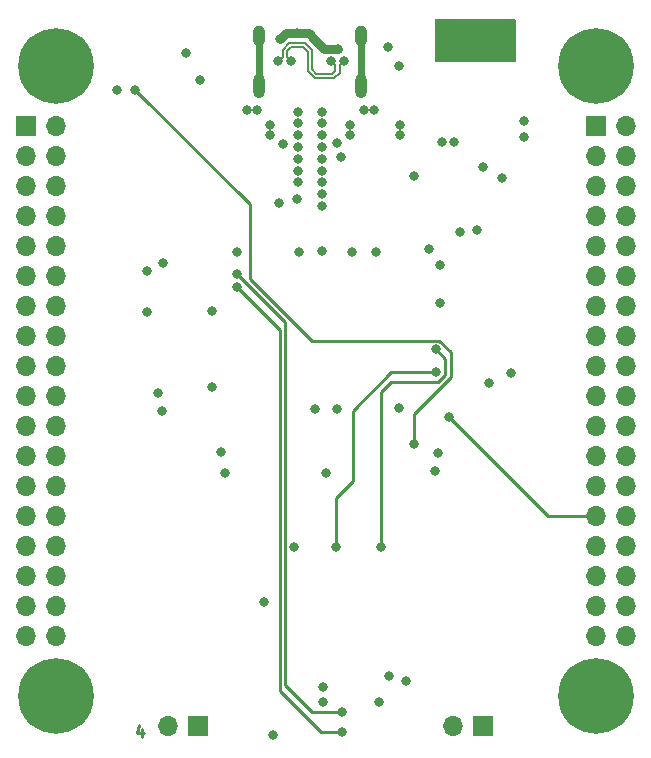
<source format=gbr>
%TF.GenerationSoftware,KiCad,Pcbnew,6.0.11-2627ca5db0~126~ubuntu20.04.1*%
%TF.CreationDate,2023-02-28T18:41:23+07:00*%
%TF.ProjectId,CY7C68013A-100,43593743-3638-4303-9133-412d3130302e,rev?*%
%TF.SameCoordinates,Original*%
%TF.FileFunction,Copper,L4,Bot*%
%TF.FilePolarity,Positive*%
%FSLAX46Y46*%
G04 Gerber Fmt 4.6, Leading zero omitted, Abs format (unit mm)*
G04 Created by KiCad (PCBNEW 6.0.11-2627ca5db0~126~ubuntu20.04.1) date 2023-02-28 18:41:23*
%MOMM*%
%LPD*%
G01*
G04 APERTURE LIST*
%ADD10C,0.250000*%
%TA.AperFunction,NonConductor*%
%ADD11C,0.250000*%
%TD*%
%TA.AperFunction,ComponentPad*%
%ADD12R,1.700000X1.700000*%
%TD*%
%TA.AperFunction,ComponentPad*%
%ADD13O,1.700000X1.700000*%
%TD*%
%TA.AperFunction,ComponentPad*%
%ADD14C,0.800000*%
%TD*%
%TA.AperFunction,ComponentPad*%
%ADD15C,6.400000*%
%TD*%
%TA.AperFunction,ComponentPad*%
%ADD16O,1.000000X2.100000*%
%TD*%
%TA.AperFunction,ComponentPad*%
%ADD17O,1.000000X1.800000*%
%TD*%
%TA.AperFunction,ViaPad*%
%ADD18C,0.800000*%
%TD*%
%TA.AperFunction,Conductor*%
%ADD19C,0.800000*%
%TD*%
%TA.AperFunction,Conductor*%
%ADD20C,0.250000*%
%TD*%
%TA.AperFunction,Conductor*%
%ADD21C,0.600000*%
%TD*%
%TA.AperFunction,Conductor*%
%ADD22C,0.150000*%
%TD*%
G04 APERTURE END LIST*
D10*
D11*
X120713476Y-131306914D02*
X120713476Y-131973580D01*
X120475380Y-130925961D02*
X120237285Y-131640247D01*
X120856333Y-131640247D01*
D12*
%TO.P,J3,1,Pin_1*%
%TO.N,GND*%
X149563932Y-131013200D03*
D13*
%TO.P,J3,2,Pin_2*%
%TO.N,Net-(D2-Pad1)*%
X147023932Y-131013200D03*
%TD*%
D14*
%TO.P,H1,1,1*%
%TO.N,GND*%
X110980600Y-128468200D03*
X115780600Y-128468200D03*
X115077656Y-130165256D03*
D15*
X113380600Y-128468200D03*
D14*
X111683544Y-130165256D03*
X113380600Y-130868200D03*
X113380600Y-126068200D03*
X115077656Y-126771144D03*
X111683544Y-126771144D03*
%TD*%
D16*
%TO.P,J5,S1,SHIELD*%
%TO.N,/USB-Power/SHIELD*%
X130625600Y-76865000D03*
D17*
X130625600Y-72665000D03*
X139265600Y-72665000D03*
D16*
X139265600Y-76865000D03*
%TD*%
D12*
%TO.P,J4,1,Pin_1*%
%TO.N,Net-(J4-Pad1)*%
X125477266Y-131013200D03*
D13*
%TO.P,J4,2,Pin_2*%
%TO.N,+3V3*%
X122937266Y-131013200D03*
%TD*%
D14*
%TO.P,H4,1,1*%
%TO.N,GND*%
X157403544Y-126771144D03*
X161500600Y-128468200D03*
X159100600Y-126068200D03*
X157403544Y-130165256D03*
X156700600Y-128468200D03*
X160797656Y-126771144D03*
X159100600Y-130868200D03*
X160797656Y-130165256D03*
D15*
X159100600Y-128468200D03*
%TD*%
D14*
%TO.P,H2,1,1*%
%TO.N,GND*%
X115077656Y-76825256D03*
X113380600Y-72728200D03*
X115077656Y-73431144D03*
D15*
X113380600Y-75128200D03*
D14*
X115780600Y-75128200D03*
X113380600Y-77528200D03*
X111683544Y-76825256D03*
X111683544Y-73431144D03*
X110980600Y-75128200D03*
%TD*%
%TO.P,H3,1,1*%
%TO.N,GND*%
X157403544Y-76825256D03*
D15*
X159100600Y-75128200D03*
D14*
X160797656Y-76825256D03*
X159100600Y-77528200D03*
X156700600Y-75128200D03*
X161500600Y-75128200D03*
X157403544Y-73431144D03*
X160797656Y-73431144D03*
X159100600Y-72728200D03*
%TD*%
D12*
%TO.P,J1,1,Pin_1*%
%TO.N,GND*%
X159100600Y-80208200D03*
D13*
%TO.P,J1,2,Pin_2*%
X161640600Y-80208200D03*
%TO.P,J1,3,Pin_3*%
%TO.N,/GPIO/RDY.5*%
X159100600Y-82748200D03*
%TO.P,J1,4,Pin_4*%
%TO.N,VBUS*%
X161640600Y-82748200D03*
%TO.P,J1,5,Pin_5*%
%TO.N,/GPIO/RDY.3*%
X159100600Y-85288200D03*
%TO.P,J1,6,Pin_6*%
%TO.N,/GPIO/RDY.4*%
X161640600Y-85288200D03*
%TO.P,J1,7,Pin_7*%
%TO.N,/GPIO/RDY.1{slash}SLWR*%
X159100600Y-87828200D03*
%TO.P,J1,8,Pin_8*%
%TO.N,/GPIO/RDY.2*%
X161640600Y-87828200D03*
%TO.P,J1,9,Pin_9*%
%TO.N,/GPIO/CLKOUT*%
X159100600Y-90368200D03*
%TO.P,J1,10,Pin_10*%
%TO.N,/GPIO/RDY.0{slash}SLRD*%
X161640600Y-90368200D03*
%TO.P,J1,11,Pin_11*%
%TO.N,/GPIO/PD6*%
X159100600Y-92908200D03*
%TO.P,J1,12,Pin_12*%
%TO.N,/GPIO/PD7*%
X161640600Y-92908200D03*
%TO.P,J1,13,Pin_13*%
%TO.N,/GPIO/PD4*%
X159100600Y-95448200D03*
%TO.P,J1,14,Pin_14*%
%TO.N,/GPIO/PD5*%
X161640600Y-95448200D03*
%TO.P,J1,15,Pin_15*%
%TO.N,/GPIO/PE6*%
X159100600Y-97988200D03*
%TO.P,J1,16,Pin_16*%
%TO.N,/GPIO/PE7*%
X161640600Y-97988200D03*
%TO.P,J1,17,Pin_17*%
%TO.N,/GPIO/PE4*%
X159100600Y-100528200D03*
%TO.P,J1,18,Pin_18*%
%TO.N,/GPIO/PE5*%
X161640600Y-100528200D03*
%TO.P,J1,19,Pin_19*%
%TO.N,/GPIO/PE2*%
X159100600Y-103068200D03*
%TO.P,J1,20,Pin_20*%
%TO.N,/GPIO/PE3*%
X161640600Y-103068200D03*
%TO.P,J1,21,Pin_21*%
%TO.N,/GPIO/PE0*%
X159100600Y-105608200D03*
%TO.P,J1,22,Pin_22*%
%TO.N,/GPIO/PE1*%
X161640600Y-105608200D03*
%TO.P,J1,23,Pin_23*%
%TO.N,/GPIO/PD3*%
X159100600Y-108148200D03*
%TO.P,J1,24,Pin_24*%
%TO.N,/GPIO/~{INT5}*%
X161640600Y-108148200D03*
%TO.P,J1,25,Pin_25*%
%TO.N,/GPIO/PD1*%
X159100600Y-110688200D03*
%TO.P,J1,26,Pin_26*%
%TO.N,/GPIO/PD2*%
X161640600Y-110688200D03*
%TO.P,J1,27,Pin_27*%
%TO.N,/GPIO/CTL.5*%
X159100600Y-113228200D03*
%TO.P,J1,28,Pin_28*%
%TO.N,/GPIO/PD0*%
X161640600Y-113228200D03*
%TO.P,J1,29,Pin_29*%
%TO.N,/GPIO/PA6*%
X159100600Y-115768200D03*
%TO.P,J1,30,Pin_30*%
%TO.N,/GPIO/PA7*%
X161640600Y-115768200D03*
%TO.P,J1,31,Pin_31*%
%TO.N,/GPIO/PA4*%
X159100600Y-118308200D03*
%TO.P,J1,32,Pin_32*%
%TO.N,/GPIO/PA5*%
X161640600Y-118308200D03*
%TO.P,J1,33,Pin_33*%
%TO.N,/GPIO/PA2*%
X159100600Y-120848200D03*
%TO.P,J1,34,Pin_34*%
%TO.N,/GPIO/PA3*%
X161640600Y-120848200D03*
%TO.P,J1,35,Pin_35*%
%TO.N,/GPIO/PA0*%
X159100600Y-123388200D03*
%TO.P,J1,36,Pin_36*%
%TO.N,/GPIO/PA1*%
X161640600Y-123388200D03*
%TD*%
D12*
%TO.P,J2,1,Pin_1*%
%TO.N,GND*%
X110840600Y-80208200D03*
D13*
%TO.P,J2,2,Pin_2*%
X113380600Y-80208200D03*
%TO.P,J2,3,Pin_3*%
%TO.N,+3V3*%
X110840600Y-82748200D03*
%TO.P,J2,4,Pin_4*%
%TO.N,/GPIO/INT4*%
X113380600Y-82748200D03*
%TO.P,J2,5,Pin_5*%
%TO.N,/GPIO/T.0*%
X110840600Y-85288200D03*
%TO.P,J2,6,Pin_6*%
%TO.N,/GPIO/T.1*%
X113380600Y-85288200D03*
%TO.P,J2,7,Pin_7*%
%TO.N,/GPIO/T.2*%
X110840600Y-87828200D03*
%TO.P,J2,8,Pin_8*%
%TO.N,/GPIO/IFCLK*%
X113380600Y-87828200D03*
%TO.P,J2,9,Pin_9*%
%TO.N,/GPIO/BKPT*%
X110840600Y-90368200D03*
%TO.P,J2,10,Pin_10*%
%TO.N,/GPIO/~{RD}*%
X113380600Y-90368200D03*
%TO.P,J2,11,Pin_11*%
%TO.N,/GPIO/~{WR}*%
X110840600Y-92908200D03*
%TO.P,J2,12,Pin_12*%
%TO.N,/GPIO/PB0*%
X113380600Y-92908200D03*
%TO.P,J2,13,Pin_13*%
%TO.N,/GPIO/PB1*%
X110840600Y-95448200D03*
%TO.P,J2,14,Pin_14*%
%TO.N,/GPIO/PB2*%
X113380600Y-95448200D03*
%TO.P,J2,15,Pin_15*%
%TO.N,/GPIO/PB3*%
X110840600Y-97988200D03*
%TO.P,J2,16,Pin_16*%
%TO.N,/USB-Power/TXD0*%
X113380600Y-97988200D03*
%TO.P,J2,17,Pin_17*%
%TO.N,/USB-Power/RXD0*%
X110840600Y-100528200D03*
%TO.P,J2,18,Pin_18*%
%TO.N,/USB-Power/TXD1*%
X113380600Y-100528200D03*
%TO.P,J2,19,Pin_19*%
%TO.N,/USB-Power/RXD1*%
X110840600Y-103068200D03*
%TO.P,J2,20,Pin_20*%
%TO.N,/GPIO/PB4*%
X113380600Y-103068200D03*
%TO.P,J2,21,Pin_21*%
%TO.N,/GPIO/PB5*%
X110840600Y-105608200D03*
%TO.P,J2,22,Pin_22*%
%TO.N,/GPIO/PB6*%
X113380600Y-105608200D03*
%TO.P,J2,23,Pin_23*%
%TO.N,/GPIO/PB7*%
X110840600Y-108148200D03*
%TO.P,J2,24,Pin_24*%
%TO.N,/GPIO/CTL.3*%
X113380600Y-108148200D03*
%TO.P,J2,25,Pin_25*%
%TO.N,/GPIO/CTL.4*%
X110840600Y-110688200D03*
%TO.P,J2,26,Pin_26*%
%TO.N,/GPIO/CTL.0{slash}FLAGA*%
X113380600Y-110688200D03*
%TO.P,J2,27,Pin_27*%
%TO.N,/GPIO/CTL.1{slash}FLAGB*%
X110840600Y-113228200D03*
%TO.P,J2,28,Pin_28*%
%TO.N,/GPIO/CTL.2{slash}FLAGC*%
X113380600Y-113228200D03*
%TO.P,J2,29,Pin_29*%
%TO.N,/GPIO/PC0*%
X110840600Y-115768200D03*
%TO.P,J2,30,Pin_30*%
%TO.N,/GPIO/PC1*%
X113380600Y-115768200D03*
%TO.P,J2,31,Pin_31*%
%TO.N,/GPIO/PC2*%
X110840600Y-118308200D03*
%TO.P,J2,32,Pin_32*%
%TO.N,/GPIO/PC3*%
X113380600Y-118308200D03*
%TO.P,J2,33,Pin_33*%
%TO.N,/GPIO/PC4*%
X110840600Y-120848200D03*
%TO.P,J2,34,Pin_34*%
%TO.N,/GPIO/PC5*%
X113380600Y-120848200D03*
%TO.P,J2,35,Pin_35*%
%TO.N,/GPIO/PC6*%
X110840600Y-123388200D03*
%TO.P,J2,36,Pin_36*%
%TO.N,/GPIO/PC7*%
X113380600Y-123388200D03*
%TD*%
D18*
%TO.N,+3V3*%
X151494800Y-72982600D03*
X147354800Y-71982600D03*
X135925000Y-90825000D03*
X151494800Y-73982600D03*
X150088600Y-102029000D03*
X127381000Y-107848400D03*
X133841503Y-86408000D03*
X137210800Y-104165400D03*
X147599400Y-89227400D03*
X126593600Y-95882200D03*
X141574600Y-126820800D03*
X133578600Y-115874800D03*
X146319800Y-71982600D03*
X148389800Y-71982600D03*
X140475000Y-90875000D03*
X145745200Y-107924600D03*
X122021600Y-102892600D03*
X150459800Y-71982600D03*
X122459689Y-91831618D03*
X146319800Y-73982600D03*
X151494800Y-71982600D03*
X146319800Y-72982600D03*
X149424800Y-71982600D03*
%TO.N,GND*%
X146075400Y-81610200D03*
X135975000Y-83025000D03*
X136024600Y-127745800D03*
X133800000Y-72400000D03*
X128752600Y-90878400D03*
X135975000Y-85025000D03*
X121081800Y-92554800D03*
X132308600Y-86791800D03*
X141554200Y-73533000D03*
X135975000Y-81025000D03*
X133925000Y-81025000D03*
X135975000Y-79025000D03*
X133925000Y-82025000D03*
X136245600Y-109598200D03*
X131013200Y-120573800D03*
X131749800Y-131826000D03*
X145542000Y-109448600D03*
X149098000Y-89052400D03*
X118541800Y-77216000D03*
X133925000Y-80025000D03*
X133985000Y-90878400D03*
X138506200Y-90903800D03*
X129625000Y-78925000D03*
X135300000Y-72900000D03*
X147116800Y-81610200D03*
X137200000Y-81725000D03*
X137300000Y-73750000D03*
X145034000Y-90700600D03*
X121081800Y-95982700D03*
X140350000Y-78925000D03*
X140792200Y-129006600D03*
X132350000Y-72900000D03*
X124412600Y-74100000D03*
X151180800Y-84632800D03*
X139500000Y-78925000D03*
X130475000Y-78925000D03*
X143078200Y-127203200D03*
X122402600Y-104394000D03*
X135975000Y-87025000D03*
X125631800Y-76335200D03*
X126619000Y-102384600D03*
X142494000Y-75158600D03*
X133925000Y-84025000D03*
X143764000Y-84455000D03*
X127736600Y-109649000D03*
X137541000Y-82829400D03*
X135975000Y-80025000D03*
X145897600Y-95247200D03*
X135975000Y-82025000D03*
X135999600Y-128995800D03*
X133925000Y-79025000D03*
X133925000Y-83025000D03*
X133925000Y-85025000D03*
X135975000Y-84025000D03*
X135975000Y-86025000D03*
X151942800Y-101182700D03*
X149529800Y-83718400D03*
X132675000Y-81750000D03*
X135305800Y-104183700D03*
X142417800Y-104137200D03*
X145897600Y-91996000D03*
%TO.N,/USB-Power/RST*%
X143713200Y-107162600D03*
X120142000Y-77165200D03*
%TO.N,VBUS*%
X153035000Y-79857600D03*
X142550000Y-80975000D03*
X153060400Y-81153000D03*
X142550000Y-80125000D03*
%TO.N,/USB-Power/D-*%
X133301673Y-74712609D03*
X137772588Y-74723804D03*
%TO.N,/USB-Power/D+*%
X136722588Y-74723804D03*
X132251673Y-74712609D03*
%TO.N,/USB-Power/SDA*%
X137617200Y-131546600D03*
X128725000Y-93900000D03*
%TO.N,/USB-Power/SCL*%
X137617200Y-129870200D03*
X128750000Y-92775000D03*
%TO.N,/GPIO/CTL.5*%
X146685000Y-104848400D03*
%TO.N,/GPIO/PE0*%
X137083800Y-115900200D03*
X145567400Y-101092000D03*
%TO.N,/GPIO/PE1*%
X140919200Y-115900200D03*
X145567400Y-99161600D03*
%TO.N,/USB-Power/VUSB*%
X131575000Y-80975000D03*
X131575000Y-80150000D03*
X138350000Y-81000000D03*
X138350000Y-80150000D03*
%TD*%
D19*
%TO.N,GND*%
X135300000Y-72900000D02*
X136123804Y-73723804D01*
X136123804Y-73723804D02*
X137273804Y-73723804D01*
X137273804Y-73723804D02*
X137300000Y-73750000D01*
X132350000Y-72900000D02*
X132850000Y-72400000D01*
X132850000Y-72400000D02*
X133800000Y-72400000D01*
X133800000Y-72400000D02*
X134800000Y-72400000D01*
X134800000Y-72400000D02*
X135300000Y-72900000D01*
D20*
%TO.N,/USB-Power/RST*%
X120142000Y-77165200D02*
X129844800Y-86868000D01*
X146830200Y-101506996D02*
X143713200Y-104623996D01*
X129844800Y-86868000D02*
X129844800Y-93192600D01*
X146830200Y-99399095D02*
X146830200Y-101506996D01*
X145867705Y-98436600D02*
X146830200Y-99399095D01*
X135088800Y-98436600D02*
X145867705Y-98436600D01*
X129844800Y-93192600D02*
X135088800Y-98436600D01*
X143713200Y-104623996D02*
X143713200Y-107162600D01*
D21*
%TO.N,/USB-Power/SHIELD*%
X139265600Y-72665000D02*
X139265600Y-76865000D01*
X130625600Y-76865000D02*
X130625600Y-72665000D01*
D22*
%TO.N,/USB-Power/D-*%
X134372400Y-73569888D02*
X133301314Y-73569888D01*
X133301314Y-73569888D02*
X132951673Y-73919529D01*
X136973589Y-76175000D02*
X135327512Y-76175000D01*
X135327512Y-76175000D02*
X134745027Y-75592515D01*
X134745027Y-73942515D02*
X134372400Y-73569888D01*
X132951673Y-74362609D02*
X133301673Y-74712609D01*
X137422588Y-75726001D02*
X136973589Y-76175000D01*
X132951673Y-73919529D02*
X132951673Y-74362609D01*
X137772588Y-74723804D02*
X137422588Y-75073804D01*
X137422588Y-75073804D02*
X137422588Y-75726001D01*
X134745027Y-75592515D02*
X134745027Y-73942515D01*
%TO.N,/USB-Power/D+*%
X135095027Y-75447539D02*
X135095027Y-73797539D01*
X135472488Y-75825000D02*
X135095027Y-75447539D01*
X133156338Y-73219888D02*
X132601673Y-73774553D01*
X136828613Y-75825000D02*
X135472488Y-75825000D01*
X132601673Y-74362609D02*
X132251673Y-74712609D01*
X134517376Y-73219888D02*
X133156338Y-73219888D01*
X135095027Y-73797539D02*
X134517376Y-73219888D01*
X136722588Y-74723804D02*
X137072588Y-75073804D01*
X137072588Y-75581025D02*
X136828613Y-75825000D01*
X137072588Y-75073804D02*
X137072588Y-75581025D01*
X132601673Y-73774553D02*
X132601673Y-74362609D01*
D20*
%TO.N,/USB-Power/SDA*%
X135864600Y-131546600D02*
X137617200Y-131546600D01*
X132359400Y-128041400D02*
X135864600Y-131546600D01*
X132359400Y-97534400D02*
X132359400Y-128041400D01*
X128725000Y-93900000D02*
X132359400Y-97534400D01*
%TO.N,/USB-Power/SCL*%
X132824600Y-96849600D02*
X128750000Y-92775000D01*
X135128000Y-129870200D02*
X132824600Y-127566800D01*
X137617200Y-129870200D02*
X135128000Y-129870200D01*
X132824600Y-127566800D02*
X132824600Y-96849600D01*
%TO.N,/GPIO/CTL.5*%
X155064800Y-113228200D02*
X159100600Y-113228200D01*
X146685000Y-104848400D02*
X155064800Y-113228200D01*
%TO.N,/GPIO/PE0*%
X137083800Y-111734600D02*
X138531600Y-110286800D01*
X137083800Y-115900200D02*
X137083800Y-111734600D01*
X138531600Y-104343200D02*
X141782800Y-101092000D01*
X138531600Y-110286800D02*
X138531600Y-104343200D01*
X141782800Y-101092000D02*
X145567400Y-101092000D01*
%TO.N,/GPIO/PE1*%
X146380200Y-101320600D02*
X146380200Y-99974400D01*
X145796000Y-101904800D02*
X146380200Y-101320600D01*
X146380200Y-99974400D02*
X145567400Y-99161600D01*
X141775600Y-101904800D02*
X145796000Y-101904800D01*
X140919200Y-102761200D02*
X141775600Y-101904800D01*
X140919200Y-115900200D02*
X140919200Y-102761200D01*
%TD*%
%TA.AperFunction,Conductor*%
%TO.N,+3V3*%
G36*
X152291321Y-71202221D02*
G01*
X152337814Y-71255877D01*
X152349200Y-71308219D01*
X152349200Y-74677000D01*
X152329198Y-74745121D01*
X152275542Y-74791614D01*
X152223200Y-74803000D01*
X145591800Y-74803000D01*
X145523679Y-74782998D01*
X145477186Y-74729342D01*
X145465800Y-74677000D01*
X145465800Y-71308219D01*
X145485802Y-71240098D01*
X145539458Y-71193605D01*
X145591800Y-71182219D01*
X152223200Y-71182219D01*
X152291321Y-71202221D01*
G37*
%TD.AperFunction*%
%TD*%
M02*

</source>
